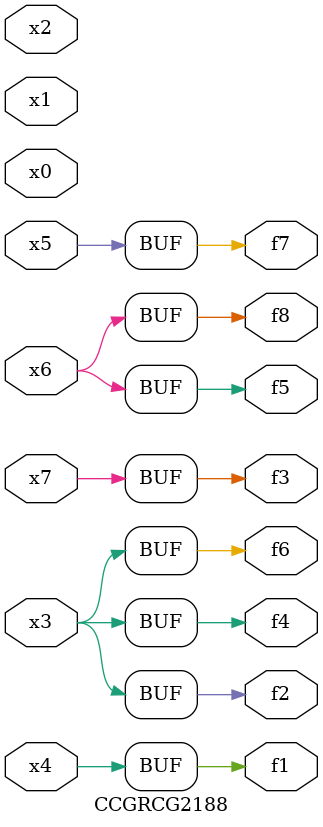
<source format=v>
module CCGRCG2188(
	input x0, x1, x2, x3, x4, x5, x6, x7,
	output f1, f2, f3, f4, f5, f6, f7, f8
);
	assign f1 = x4;
	assign f2 = x3;
	assign f3 = x7;
	assign f4 = x3;
	assign f5 = x6;
	assign f6 = x3;
	assign f7 = x5;
	assign f8 = x6;
endmodule

</source>
